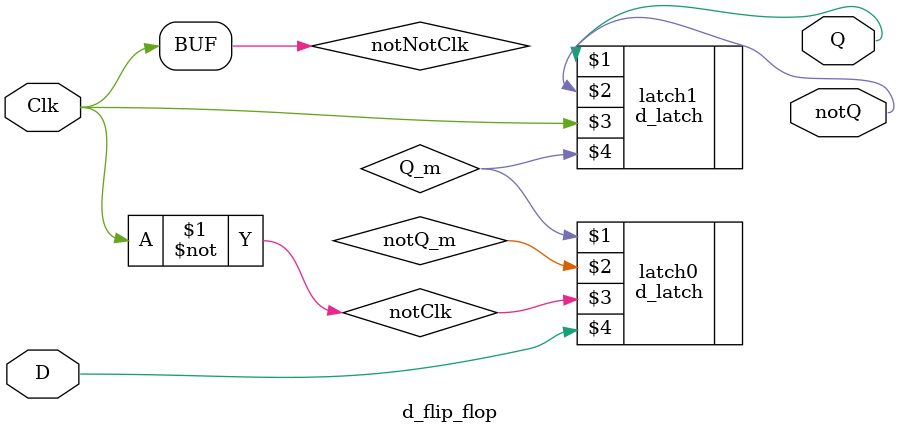
<source format=v>
`timescale 1ns / 1ps //1ns for each delay unit
`default_nettype none

module d_flip_flop(Q, notQ, Clk, D);

	//all ports should be wires
	output wire Q, notQ;
	input wire Clk, D;
	
	//intermediate nets
	wire notClk, notNotClk;
	wire Q_m;//output of master latch
	wire notQ_m;//wired to d_latch but left unconnected from there
	
	not #2 not0(notClk,Clk);//not gates
	not #2 not1(notNotClk,notClk);
			
	d_latch latch0(Q_m, notQ_m, notClk, D);
	d_latch latch1(Q, notQ, notNotClk, Q_m);		
		

	
endmodule//end of module

</source>
